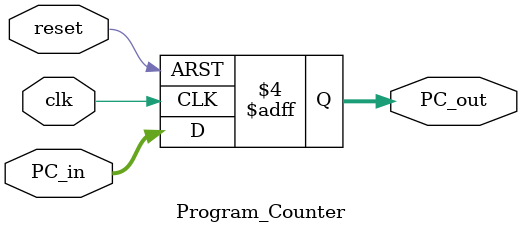
<source format=v>
module TestBench_Program_Counter;
    reg clk, reset;
	reg [31:0] PC_in;
	wire [31:0] PC_out;
	integer i, error_count;
	Program_Counter dut(clk, reset, PC_in, PC_out);
	initial 
	    begin
            $monitor($time," clk=%b reset=%b PC_in=%b | PC_out=%3b ",clk,reset,PC_in,PC_out); 
            error_count=0;
            clk=0; reset=1; PC_in=4'b0111;
            for (i=1; i<=2; i=i+1)
            #5 // Condition setting
            begin
                case(reset)
                   1'b1: 
                    if(!(PC_out==1'b0))
                        begin
                          error_count++;
                          $display("Error PC reset=%b: error=%2d", reset, error_count);
                        end
                   1'b0: 
                    if(!(PC_out==PC_in))
                        begin
                          error_count++;
                          $display("Error PC reset=%b: error=%2d", reset, error_count);
                        end 
                endcase
                clk =~ clk;
                reset=~reset;
            end;
            #5 
            if (error_count==0) 
                begin
        	        $display("Summary: Testbench of PC completed successfully!");
        	    end
    	    else
                begin
        	        $display("Summary: Something wrong, try again!");
        	        $display("Number of errors=%d",error_count);
        	    end
            #5 $finish;
        end
endmodule

module Program_Counter (clk, reset, PC_in, PC_out);
	input clk, reset;
	input [31:0] PC_in;
	output reg [31:0] PC_out;
	always @ (posedge clk or posedge reset)
    	begin
    		if(reset==1'b1)
    			PC_out<=0;
    		else
    			PC_out<=PC_in;
    	end
endmodule

</source>
